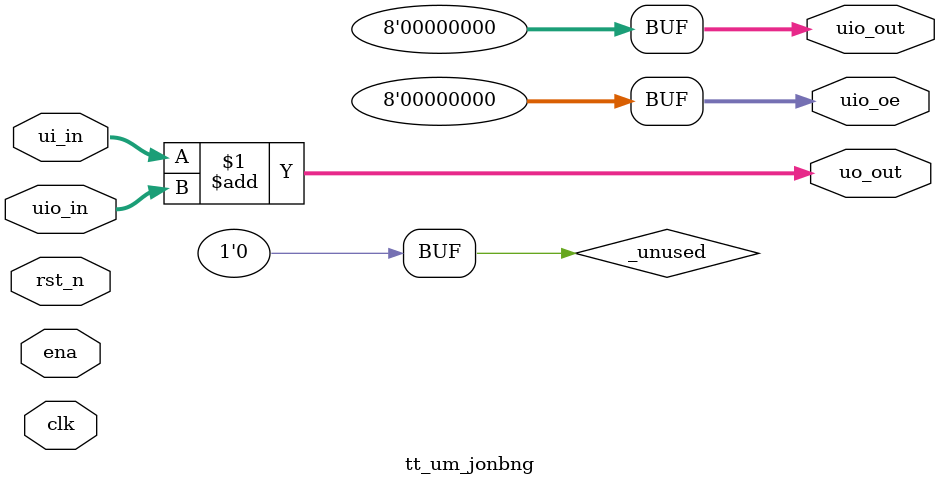
<source format=v>
/*
 * Copyright (c) 2024 Your Name
 * SPDX-License-Identifier: Apache-2.0
 */

`default_nettype none

module tt_um_jonbng (
    input  wire [7:0] ui_in,    // Dedicated inputs
    output wire [7:0] uo_out,   // Dedicated outputs
    input  wire [7:0] uio_in,   // IOs: Input path
    output wire [7:0] uio_out,  // IOs: Output path
    output wire [7:0] uio_oe,   // IOs: Enable path (active high: 0=input, 1=output)
    input  wire       ena,      // always 1 when the design is powered, so you can ignore it
    input  wire       clk,      // clock
    input  wire       rst_n     // reset_n - low to reset
);

  // All output pins must be assigned. If not used, assign to 0.
  assign uo_out  = ui_in + uio_in;  // Example: ou_out is the sum of ui_in and uio_in
  assign uio_out = 0;
  assign uio_oe  = 0;

  // List all unused inputs to prevent warnings
  wire _unused = &{ena, clk, rst_n, 1'b0};

endmodule

</source>
